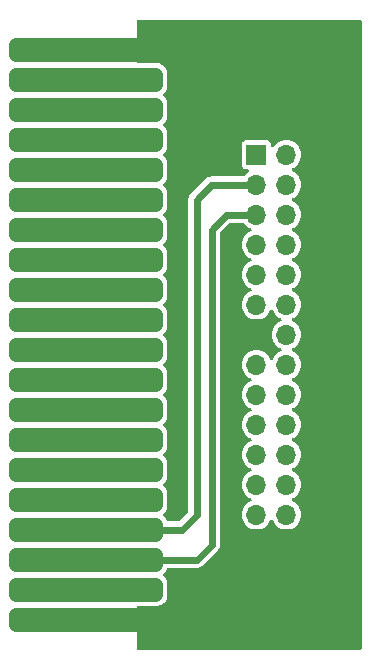
<source format=gbr>
%TF.GenerationSoftware,KiCad,Pcbnew,7.0.11+dfsg-1build4*%
%TF.CreationDate,2024-08-08T20:50:29+02:00*%
%TF.ProjectId,BC01,42433031-2e6b-4696-9361-645f70636258,rev?*%
%TF.SameCoordinates,Original*%
%TF.FileFunction,Copper,L1,Top*%
%TF.FilePolarity,Positive*%
%FSLAX46Y46*%
G04 Gerber Fmt 4.6, Leading zero omitted, Abs format (unit mm)*
G04 Created by KiCad (PCBNEW 7.0.11+dfsg-1build4) date 2024-08-08 20:50:29*
%MOMM*%
%LPD*%
G01*
G04 APERTURE LIST*
G04 Aperture macros list*
%AMRoundRect*
0 Rectangle with rounded corners*
0 $1 Rounding radius*
0 $2 $3 $4 $5 $6 $7 $8 $9 X,Y pos of 4 corners*
0 Add a 4 corners polygon primitive as box body*
4,1,4,$2,$3,$4,$5,$6,$7,$8,$9,$2,$3,0*
0 Add four circle primitives for the rounded corners*
1,1,$1+$1,$2,$3*
1,1,$1+$1,$4,$5*
1,1,$1+$1,$6,$7*
1,1,$1+$1,$8,$9*
0 Add four rect primitives between the rounded corners*
20,1,$1+$1,$2,$3,$4,$5,0*
20,1,$1+$1,$4,$5,$6,$7,0*
20,1,$1+$1,$6,$7,$8,$9,0*
20,1,$1+$1,$8,$9,$2,$3,0*%
G04 Aperture macros list end*
%TA.AperFunction,SMDPad,CuDef*%
%ADD10RoundRect,0.500000X-6.000000X-0.500000X6.000000X-0.500000X6.000000X0.500000X-6.000000X0.500000X0*%
%TD*%
%TA.AperFunction,ComponentPad*%
%ADD11R,1.700000X1.700000*%
%TD*%
%TA.AperFunction,ComponentPad*%
%ADD12O,1.700000X1.700000*%
%TD*%
%TA.AperFunction,ViaPad*%
%ADD13C,0.600000*%
%TD*%
%TA.AperFunction,Conductor*%
%ADD14C,0.600000*%
%TD*%
G04 APERTURE END LIST*
D10*
%TO.P,J1,39,Pin_39*%
%TO.N,GND*%
X127772900Y-113030000D03*
%TO.P,J1,37,Pin_37*%
%TO.N,unconnected-(J1-Pin_37-Pad37)*%
X127772900Y-110490000D03*
%TO.P,J1,35,Pin_35*%
%TO.N,TxD*%
X127772900Y-107950000D03*
%TO.P,J1,33,Pin_33*%
%TO.N,RxD*%
X127772900Y-105410000D03*
%TO.P,J1,31,Pin_31*%
%TO.N,unconnected-(J1-Pin_31-Pad31)*%
X127772900Y-102870000D03*
%TO.P,J1,29,Pin_29*%
%TO.N,unconnected-(J1-Pin_29-Pad29)*%
X127772900Y-100330000D03*
%TO.P,J1,27,Pin_27*%
%TO.N,unconnected-(J1-Pin_27-Pad27)*%
X127772900Y-97790000D03*
%TO.P,J1,25,Pin_25*%
%TO.N,unconnected-(J1-Pin_25-Pad25)*%
X127772900Y-95250000D03*
%TO.P,J1,23,Pin_23*%
%TO.N,unconnected-(J1-Pin_23-Pad23)*%
X127772900Y-92710000D03*
%TO.P,J1,21,Pin_21*%
%TO.N,unconnected-(J1-Pin_21-Pad21)*%
X127772900Y-90170000D03*
%TO.P,J1,19,Pin_19*%
%TO.N,unconnected-(J1-Pin_19-Pad19)*%
X127772900Y-87630000D03*
%TO.P,J1,17,Pin_17*%
%TO.N,unconnected-(J1-Pin_17-Pad17)*%
X127772900Y-85090000D03*
%TO.P,J1,15,Pin_15*%
%TO.N,unconnected-(J1-Pin_15-Pad15)*%
X127772900Y-82550000D03*
%TO.P,J1,13,Pin_13*%
%TO.N,unconnected-(J1-Pin_13-Pad13)*%
X127772900Y-80010000D03*
%TO.P,J1,11,Pin_11*%
%TO.N,unconnected-(J1-Pin_11-Pad11)*%
X127772900Y-77470000D03*
%TO.P,J1,9,Pin_9*%
%TO.N,unconnected-(J1-Pin_9-Pad9)*%
X127772900Y-74930000D03*
%TO.P,J1,7,Pin_7*%
%TO.N,unconnected-(J1-Pin_7-Pad7)*%
X127772900Y-72390000D03*
%TO.P,J1,5,Pin_5*%
%TO.N,unconnected-(J1-Pin_5-Pad5)*%
X127772900Y-69850000D03*
%TO.P,J1,3,Pin_3*%
%TO.N,unconnected-(J1-Pin_3-Pad3)*%
X127772900Y-67310000D03*
%TO.P,J1,1,Pin_1*%
%TO.N,GND*%
X127772900Y-64770000D03*
%TD*%
D11*
%TO.P,J2,1,Pin_1*%
%TO.N,unconnected-(J2-Pin_1-Pad1)*%
X142235000Y-73675000D03*
D12*
%TO.P,J2,2,Pin_2*%
%TO.N,unconnected-(J2-Pin_2-Pad2)*%
X144775000Y-73675000D03*
%TO.P,J2,3,Pin_3*%
%TO.N,RxD*%
X142235000Y-76215000D03*
%TO.P,J2,4,Pin_4*%
%TO.N,unconnected-(J2-Pin_4-Pad4)*%
X144775000Y-76215000D03*
%TO.P,J2,5,Pin_5*%
%TO.N,TxD*%
X142235000Y-78755000D03*
%TO.P,J2,6,Pin_6*%
%TO.N,unconnected-(J2-Pin_6-Pad6)*%
X144775000Y-78755000D03*
%TO.P,J2,7,Pin_7*%
%TO.N,unconnected-(J2-Pin_7-Pad7)*%
X142235000Y-81295000D03*
%TO.P,J2,8,Pin_8*%
%TO.N,unconnected-(J2-Pin_8-Pad8)*%
X144775000Y-81295000D03*
%TO.P,J2,9,Pin_9*%
%TO.N,unconnected-(J2-Pin_9-Pad9)*%
X142235000Y-83835000D03*
%TO.P,J2,10,Pin_10*%
%TO.N,unconnected-(J2-Pin_10-Pad10)*%
X144775000Y-83835000D03*
%TO.P,J2,11,Pin_11*%
%TO.N,unconnected-(J2-Pin_11-Pad11)*%
X142235000Y-86375000D03*
%TO.P,J2,12,Pin_12*%
%TO.N,unconnected-(J2-Pin_12-Pad12)*%
X144775000Y-86375000D03*
%TO.P,J2,13,Pin_13*%
%TO.N,GND*%
X142235000Y-88915000D03*
%TO.P,J2,14,Pin_14*%
%TO.N,unconnected-(J2-Pin_14-Pad14)*%
X144775000Y-88915000D03*
%TO.P,J2,15,Pin_15*%
%TO.N,unconnected-(J2-Pin_15-Pad15)*%
X142235000Y-91455000D03*
%TO.P,J2,16,Pin_16*%
%TO.N,unconnected-(J2-Pin_16-Pad16)*%
X144775000Y-91455000D03*
%TO.P,J2,17,Pin_17*%
%TO.N,unconnected-(J2-Pin_17-Pad17)*%
X142235000Y-93995000D03*
%TO.P,J2,18,Pin_18*%
%TO.N,unconnected-(J2-Pin_18-Pad18)*%
X144775000Y-93995000D03*
%TO.P,J2,19,Pin_19*%
%TO.N,unconnected-(J2-Pin_19-Pad19)*%
X142235000Y-96535000D03*
%TO.P,J2,20,Pin_20*%
%TO.N,unconnected-(J2-Pin_20-Pad20)*%
X144775000Y-96535000D03*
%TO.P,J2,21,Pin_21*%
%TO.N,unconnected-(J2-Pin_21-Pad21)*%
X142235000Y-99075000D03*
%TO.P,J2,22,Pin_22*%
%TO.N,unconnected-(J2-Pin_22-Pad22)*%
X144775000Y-99075000D03*
%TO.P,J2,23,Pin_23*%
%TO.N,unconnected-(J2-Pin_23-Pad23)*%
X142235000Y-101615000D03*
%TO.P,J2,24,Pin_24*%
%TO.N,unconnected-(J2-Pin_24-Pad24)*%
X144775000Y-101615000D03*
%TO.P,J2,25,Pin_25*%
%TO.N,unconnected-(J2-Pin_25-Pad25)*%
X142235000Y-104155000D03*
%TO.P,J2,26,Pin_26*%
%TO.N,unconnected-(J2-Pin_26-Pad26)*%
X144775000Y-104155000D03*
%TD*%
D13*
%TO.N,GND*%
X135890000Y-97790000D03*
X150495000Y-76200000D03*
X150495000Y-101600000D03*
X150495000Y-88900000D03*
X150495000Y-114935000D03*
X142240000Y-114935000D03*
X133350000Y-114935000D03*
X142240000Y-62865000D03*
X150495000Y-62865000D03*
X132715000Y-62865000D03*
%TD*%
D14*
%TO.N,TxD*%
X127772900Y-107950000D02*
X137160000Y-107950000D01*
X137160000Y-107950000D02*
X138430000Y-106680000D01*
%TO.N,RxD*%
X127772900Y-105410000D02*
X135890000Y-105410000D01*
X135890000Y-105410000D02*
X137160000Y-104140000D01*
%TO.N,TxD*%
X138430000Y-80010000D02*
X138430000Y-106680000D01*
X142235000Y-78755000D02*
X139685000Y-78755000D01*
X139685000Y-78755000D02*
X138430000Y-80010000D01*
%TO.N,RxD*%
X142235000Y-76215000D02*
X138415000Y-76215000D01*
X138415000Y-76215000D02*
X137160000Y-77470000D01*
X137160000Y-77470000D02*
X137160000Y-104140000D01*
%TD*%
%TA.AperFunction,Conductor*%
%TO.N,GND*%
G36*
X151073039Y-62249685D02*
G01*
X151118794Y-62302489D01*
X151130000Y-62354000D01*
X151130000Y-115446000D01*
X151110315Y-115513039D01*
X151057511Y-115558794D01*
X151006000Y-115570000D01*
X132204000Y-115570000D01*
X132136961Y-115550315D01*
X132091206Y-115497511D01*
X132080000Y-115446000D01*
X132080000Y-112014499D01*
X132099685Y-111947460D01*
X132152489Y-111901705D01*
X132203999Y-111890499D01*
X133835920Y-111890499D01*
X133914545Y-111884312D01*
X134097388Y-111835320D01*
X134225908Y-111769835D01*
X134266046Y-111749385D01*
X134266047Y-111749383D01*
X134266049Y-111749383D01*
X134413157Y-111630257D01*
X134532283Y-111483149D01*
X134618220Y-111314488D01*
X134667212Y-111131645D01*
X134673400Y-111053021D01*
X134673399Y-109926980D01*
X134667212Y-109848355D01*
X134618220Y-109665512D01*
X134574838Y-109580371D01*
X134532285Y-109496853D01*
X134499454Y-109456311D01*
X134413157Y-109349743D01*
X134371937Y-109316364D01*
X134332228Y-109258879D01*
X134329900Y-109189048D01*
X134365695Y-109129044D01*
X134371925Y-109123645D01*
X134413157Y-109090257D01*
X134532283Y-108943149D01*
X134618220Y-108774488D01*
X134626816Y-108742405D01*
X134663181Y-108682746D01*
X134726028Y-108652217D01*
X134746591Y-108650500D01*
X137135079Y-108650500D01*
X137142566Y-108650725D01*
X137202606Y-108654358D01*
X137261782Y-108643513D01*
X137269185Y-108642387D01*
X137272921Y-108641933D01*
X137328872Y-108635140D01*
X137338335Y-108631550D01*
X137359961Y-108625522D01*
X137360893Y-108625351D01*
X137369932Y-108623695D01*
X137424808Y-108598996D01*
X137431678Y-108596150D01*
X137487930Y-108574818D01*
X137496266Y-108569062D01*
X137515821Y-108558034D01*
X137525057Y-108553878D01*
X137572413Y-108516775D01*
X137578404Y-108512366D01*
X137627929Y-108478183D01*
X137667822Y-108433151D01*
X137672924Y-108427731D01*
X138907731Y-107192924D01*
X138913151Y-107187822D01*
X138958183Y-107147929D01*
X138992366Y-107098404D01*
X138996775Y-107092413D01*
X139033878Y-107045057D01*
X139038037Y-107035815D01*
X139049062Y-107016268D01*
X139054818Y-107007930D01*
X139076146Y-106951688D01*
X139079002Y-106944791D01*
X139103694Y-106889932D01*
X139105520Y-106879965D01*
X139111548Y-106858340D01*
X139115140Y-106848872D01*
X139122389Y-106789169D01*
X139123516Y-106781762D01*
X139124505Y-106776366D01*
X139134357Y-106722606D01*
X139130726Y-106662577D01*
X139130500Y-106655090D01*
X139130500Y-80351519D01*
X139150185Y-80284480D01*
X139166819Y-80263838D01*
X139938838Y-79491819D01*
X140000161Y-79458334D01*
X140026519Y-79455500D01*
X141134366Y-79455500D01*
X141201405Y-79475185D01*
X141235941Y-79508377D01*
X141259533Y-79542071D01*
X141273402Y-79561877D01*
X141428123Y-79716598D01*
X141607360Y-79842101D01*
X141607361Y-79842102D01*
X141758583Y-79912618D01*
X141811022Y-79958790D01*
X141830174Y-80025984D01*
X141809958Y-80092865D01*
X141758583Y-80137382D01*
X141607361Y-80207898D01*
X141607357Y-80207900D01*
X141428121Y-80333402D01*
X141273402Y-80488121D01*
X141147900Y-80667357D01*
X141147898Y-80667361D01*
X141055426Y-80865668D01*
X141055422Y-80865677D01*
X140998793Y-81077020D01*
X140998793Y-81077024D01*
X140979723Y-81294997D01*
X140979723Y-81295002D01*
X140998793Y-81512975D01*
X140998793Y-81512979D01*
X141055422Y-81724322D01*
X141055424Y-81724326D01*
X141055425Y-81724330D01*
X141077382Y-81771416D01*
X141147897Y-81922638D01*
X141147898Y-81922639D01*
X141273402Y-82101877D01*
X141428123Y-82256598D01*
X141607360Y-82382101D01*
X141607361Y-82382102D01*
X141758583Y-82452618D01*
X141811022Y-82498790D01*
X141830174Y-82565984D01*
X141809958Y-82632865D01*
X141758583Y-82677382D01*
X141607361Y-82747898D01*
X141607357Y-82747900D01*
X141428121Y-82873402D01*
X141273402Y-83028121D01*
X141147900Y-83207357D01*
X141147898Y-83207361D01*
X141055426Y-83405668D01*
X141055422Y-83405677D01*
X140998793Y-83617020D01*
X140998793Y-83617024D01*
X140979723Y-83834997D01*
X140979723Y-83835002D01*
X140998793Y-84052975D01*
X140998793Y-84052979D01*
X141055422Y-84264322D01*
X141055424Y-84264326D01*
X141055425Y-84264330D01*
X141077382Y-84311416D01*
X141147897Y-84462638D01*
X141147898Y-84462639D01*
X141273402Y-84641877D01*
X141428123Y-84796598D01*
X141607360Y-84922101D01*
X141607361Y-84922102D01*
X141758583Y-84992618D01*
X141811022Y-85038790D01*
X141830174Y-85105984D01*
X141809958Y-85172865D01*
X141758583Y-85217382D01*
X141607361Y-85287898D01*
X141607357Y-85287900D01*
X141428121Y-85413402D01*
X141273402Y-85568121D01*
X141147900Y-85747357D01*
X141147898Y-85747361D01*
X141055426Y-85945668D01*
X141055422Y-85945677D01*
X140998793Y-86157020D01*
X140998793Y-86157024D01*
X140979723Y-86374997D01*
X140979723Y-86375002D01*
X140998793Y-86592975D01*
X140998793Y-86592979D01*
X141055422Y-86804322D01*
X141055424Y-86804326D01*
X141055425Y-86804330D01*
X141077382Y-86851416D01*
X141147897Y-87002638D01*
X141147898Y-87002639D01*
X141273402Y-87181877D01*
X141428123Y-87336598D01*
X141607361Y-87462102D01*
X141805670Y-87554575D01*
X142017023Y-87611207D01*
X142199926Y-87627208D01*
X142234998Y-87630277D01*
X142235000Y-87630277D01*
X142235002Y-87630277D01*
X142263254Y-87627805D01*
X142452977Y-87611207D01*
X142664330Y-87554575D01*
X142862639Y-87462102D01*
X143041877Y-87336598D01*
X143196598Y-87181877D01*
X143322102Y-87002639D01*
X143392618Y-86851414D01*
X143438790Y-86798977D01*
X143505984Y-86779825D01*
X143572865Y-86800041D01*
X143617381Y-86851414D01*
X143687898Y-87002639D01*
X143813402Y-87181877D01*
X143968123Y-87336598D01*
X144147360Y-87462101D01*
X144147361Y-87462102D01*
X144298583Y-87532618D01*
X144351022Y-87578790D01*
X144370174Y-87645984D01*
X144349958Y-87712865D01*
X144298583Y-87757382D01*
X144147361Y-87827898D01*
X144147357Y-87827900D01*
X143968121Y-87953402D01*
X143813402Y-88108121D01*
X143687900Y-88287357D01*
X143687898Y-88287361D01*
X143595426Y-88485668D01*
X143595422Y-88485677D01*
X143538793Y-88697020D01*
X143538793Y-88697024D01*
X143519723Y-88914997D01*
X143519723Y-88915002D01*
X143538793Y-89132975D01*
X143538793Y-89132979D01*
X143595422Y-89344322D01*
X143595424Y-89344326D01*
X143595425Y-89344330D01*
X143641661Y-89443484D01*
X143687897Y-89542638D01*
X143687898Y-89542639D01*
X143813402Y-89721877D01*
X143968123Y-89876598D01*
X144147360Y-90002101D01*
X144147361Y-90002102D01*
X144298583Y-90072618D01*
X144351022Y-90118790D01*
X144370174Y-90185984D01*
X144349958Y-90252865D01*
X144298583Y-90297382D01*
X144147361Y-90367898D01*
X144147357Y-90367900D01*
X143968121Y-90493402D01*
X143813402Y-90648121D01*
X143687900Y-90827357D01*
X143687898Y-90827361D01*
X143617382Y-90978583D01*
X143571209Y-91031022D01*
X143504016Y-91050174D01*
X143437135Y-91029958D01*
X143392618Y-90978583D01*
X143378118Y-90947488D01*
X143322102Y-90827362D01*
X143322100Y-90827359D01*
X143322099Y-90827357D01*
X143196599Y-90648124D01*
X143196596Y-90648121D01*
X143041877Y-90493402D01*
X142862639Y-90367898D01*
X142862640Y-90367898D01*
X142862638Y-90367897D01*
X142763484Y-90321661D01*
X142664330Y-90275425D01*
X142664326Y-90275424D01*
X142664322Y-90275422D01*
X142452977Y-90218793D01*
X142235002Y-90199723D01*
X142234998Y-90199723D01*
X142089682Y-90212436D01*
X142017023Y-90218793D01*
X142017020Y-90218793D01*
X141805677Y-90275422D01*
X141805668Y-90275426D01*
X141607361Y-90367898D01*
X141607357Y-90367900D01*
X141428121Y-90493402D01*
X141273402Y-90648121D01*
X141147900Y-90827357D01*
X141147898Y-90827361D01*
X141055426Y-91025668D01*
X141055422Y-91025677D01*
X140998793Y-91237020D01*
X140998793Y-91237024D01*
X140979723Y-91454997D01*
X140979723Y-91455002D01*
X140998793Y-91672975D01*
X140998793Y-91672979D01*
X141055422Y-91884322D01*
X141055424Y-91884326D01*
X141055425Y-91884330D01*
X141077382Y-91931416D01*
X141147897Y-92082638D01*
X141147898Y-92082639D01*
X141273402Y-92261877D01*
X141428123Y-92416598D01*
X141607360Y-92542101D01*
X141607361Y-92542102D01*
X141758583Y-92612618D01*
X141811022Y-92658790D01*
X141830174Y-92725984D01*
X141809958Y-92792865D01*
X141758583Y-92837382D01*
X141607361Y-92907898D01*
X141607357Y-92907900D01*
X141428121Y-93033402D01*
X141273402Y-93188121D01*
X141147900Y-93367357D01*
X141147898Y-93367361D01*
X141055426Y-93565668D01*
X141055422Y-93565677D01*
X140998793Y-93777020D01*
X140998793Y-93777024D01*
X140979723Y-93994997D01*
X140979723Y-93995002D01*
X140998793Y-94212975D01*
X140998793Y-94212979D01*
X141055422Y-94424322D01*
X141055424Y-94424326D01*
X141055425Y-94424330D01*
X141077382Y-94471416D01*
X141147897Y-94622638D01*
X141147898Y-94622639D01*
X141273402Y-94801877D01*
X141428123Y-94956598D01*
X141607360Y-95082101D01*
X141607361Y-95082102D01*
X141758583Y-95152618D01*
X141811022Y-95198790D01*
X141830174Y-95265984D01*
X141809958Y-95332865D01*
X141758583Y-95377382D01*
X141607361Y-95447898D01*
X141607357Y-95447900D01*
X141428121Y-95573402D01*
X141273402Y-95728121D01*
X141147900Y-95907357D01*
X141147898Y-95907361D01*
X141055426Y-96105668D01*
X141055422Y-96105677D01*
X140998793Y-96317020D01*
X140998793Y-96317024D01*
X140979723Y-96534997D01*
X140979723Y-96535002D01*
X140998793Y-96752975D01*
X140998793Y-96752979D01*
X141055422Y-96964322D01*
X141055424Y-96964326D01*
X141055425Y-96964330D01*
X141077382Y-97011416D01*
X141147897Y-97162638D01*
X141147898Y-97162639D01*
X141273402Y-97341877D01*
X141428123Y-97496598D01*
X141607360Y-97622101D01*
X141607361Y-97622102D01*
X141758583Y-97692618D01*
X141811022Y-97738790D01*
X141830174Y-97805984D01*
X141809958Y-97872865D01*
X141758583Y-97917382D01*
X141607361Y-97987898D01*
X141607357Y-97987900D01*
X141428121Y-98113402D01*
X141273402Y-98268121D01*
X141147900Y-98447357D01*
X141147898Y-98447361D01*
X141055426Y-98645668D01*
X141055422Y-98645677D01*
X140998793Y-98857020D01*
X140998793Y-98857024D01*
X140979723Y-99074997D01*
X140979723Y-99075002D01*
X140998793Y-99292975D01*
X140998793Y-99292979D01*
X141055422Y-99504322D01*
X141055424Y-99504326D01*
X141055425Y-99504330D01*
X141077382Y-99551416D01*
X141147897Y-99702638D01*
X141147898Y-99702639D01*
X141273402Y-99881877D01*
X141428123Y-100036598D01*
X141607360Y-100162101D01*
X141607361Y-100162102D01*
X141758583Y-100232618D01*
X141811022Y-100278790D01*
X141830174Y-100345984D01*
X141809958Y-100412865D01*
X141758583Y-100457382D01*
X141607361Y-100527898D01*
X141607357Y-100527900D01*
X141428121Y-100653402D01*
X141273402Y-100808121D01*
X141147900Y-100987357D01*
X141147898Y-100987361D01*
X141055426Y-101185668D01*
X141055422Y-101185677D01*
X140998793Y-101397020D01*
X140998793Y-101397024D01*
X140979723Y-101614997D01*
X140979723Y-101615002D01*
X140998793Y-101832975D01*
X140998793Y-101832979D01*
X141055422Y-102044322D01*
X141055424Y-102044326D01*
X141055425Y-102044330D01*
X141077382Y-102091416D01*
X141147897Y-102242638D01*
X141147898Y-102242639D01*
X141273402Y-102421877D01*
X141428123Y-102576598D01*
X141607360Y-102702101D01*
X141607361Y-102702102D01*
X141758583Y-102772618D01*
X141811022Y-102818790D01*
X141830174Y-102885984D01*
X141809958Y-102952865D01*
X141758583Y-102997382D01*
X141607361Y-103067898D01*
X141607357Y-103067900D01*
X141428121Y-103193402D01*
X141273402Y-103348121D01*
X141147900Y-103527357D01*
X141147898Y-103527361D01*
X141055426Y-103725668D01*
X141055422Y-103725677D01*
X140998793Y-103937020D01*
X140998793Y-103937024D01*
X140979723Y-104154997D01*
X140979723Y-104155002D01*
X140998793Y-104372975D01*
X140998793Y-104372979D01*
X141055422Y-104584322D01*
X141055424Y-104584326D01*
X141055425Y-104584330D01*
X141077382Y-104631416D01*
X141147897Y-104782638D01*
X141147898Y-104782639D01*
X141273402Y-104961877D01*
X141428123Y-105116598D01*
X141607361Y-105242102D01*
X141805670Y-105334575D01*
X142017023Y-105391207D01*
X142199926Y-105407208D01*
X142234998Y-105410277D01*
X142235000Y-105410277D01*
X142235002Y-105410277D01*
X142263254Y-105407805D01*
X142452977Y-105391207D01*
X142664330Y-105334575D01*
X142862639Y-105242102D01*
X143041877Y-105116598D01*
X143196598Y-104961877D01*
X143322102Y-104782639D01*
X143392618Y-104631414D01*
X143438790Y-104578977D01*
X143505984Y-104559825D01*
X143572865Y-104580041D01*
X143617381Y-104631414D01*
X143687898Y-104782639D01*
X143813402Y-104961877D01*
X143968123Y-105116598D01*
X144147361Y-105242102D01*
X144345670Y-105334575D01*
X144557023Y-105391207D01*
X144739926Y-105407208D01*
X144774998Y-105410277D01*
X144775000Y-105410277D01*
X144775002Y-105410277D01*
X144803254Y-105407805D01*
X144992977Y-105391207D01*
X145204330Y-105334575D01*
X145402639Y-105242102D01*
X145581877Y-105116598D01*
X145736598Y-104961877D01*
X145862102Y-104782639D01*
X145954575Y-104584330D01*
X146011207Y-104372977D01*
X146030277Y-104155000D01*
X146011207Y-103937023D01*
X145954575Y-103725670D01*
X145862102Y-103527362D01*
X145862100Y-103527359D01*
X145862099Y-103527357D01*
X145736599Y-103348124D01*
X145736596Y-103348121D01*
X145581877Y-103193402D01*
X145402639Y-103067898D01*
X145251414Y-102997381D01*
X145198977Y-102951210D01*
X145179825Y-102884016D01*
X145200041Y-102817135D01*
X145251414Y-102772618D01*
X145402639Y-102702102D01*
X145581877Y-102576598D01*
X145736598Y-102421877D01*
X145862102Y-102242639D01*
X145954575Y-102044330D01*
X146011207Y-101832977D01*
X146030277Y-101615000D01*
X146011207Y-101397023D01*
X145954575Y-101185670D01*
X145862102Y-100987362D01*
X145862100Y-100987359D01*
X145862099Y-100987357D01*
X145736599Y-100808124D01*
X145736596Y-100808121D01*
X145581877Y-100653402D01*
X145402639Y-100527898D01*
X145251414Y-100457381D01*
X145198977Y-100411210D01*
X145179825Y-100344016D01*
X145200041Y-100277135D01*
X145251414Y-100232618D01*
X145402639Y-100162102D01*
X145581877Y-100036598D01*
X145736598Y-99881877D01*
X145862102Y-99702639D01*
X145954575Y-99504330D01*
X146011207Y-99292977D01*
X146030277Y-99075000D01*
X146011207Y-98857023D01*
X145954575Y-98645670D01*
X145862102Y-98447362D01*
X145862100Y-98447359D01*
X145862099Y-98447357D01*
X145736599Y-98268124D01*
X145736596Y-98268121D01*
X145581877Y-98113402D01*
X145402639Y-97987898D01*
X145251414Y-97917381D01*
X145198977Y-97871210D01*
X145179825Y-97804016D01*
X145200041Y-97737135D01*
X145251414Y-97692618D01*
X145402639Y-97622102D01*
X145581877Y-97496598D01*
X145736598Y-97341877D01*
X145862102Y-97162639D01*
X145954575Y-96964330D01*
X146011207Y-96752977D01*
X146030277Y-96535000D01*
X146011207Y-96317023D01*
X145954575Y-96105670D01*
X145862102Y-95907362D01*
X145862100Y-95907359D01*
X145862099Y-95907357D01*
X145736599Y-95728124D01*
X145736596Y-95728121D01*
X145581877Y-95573402D01*
X145402639Y-95447898D01*
X145251414Y-95377381D01*
X145198977Y-95331210D01*
X145179825Y-95264016D01*
X145200041Y-95197135D01*
X145251414Y-95152618D01*
X145402639Y-95082102D01*
X145581877Y-94956598D01*
X145736598Y-94801877D01*
X145862102Y-94622639D01*
X145954575Y-94424330D01*
X146011207Y-94212977D01*
X146030277Y-93995000D01*
X146011207Y-93777023D01*
X145954575Y-93565670D01*
X145862102Y-93367362D01*
X145862100Y-93367359D01*
X145862099Y-93367357D01*
X145736599Y-93188124D01*
X145736596Y-93188121D01*
X145581877Y-93033402D01*
X145402639Y-92907898D01*
X145251414Y-92837381D01*
X145198977Y-92791210D01*
X145179825Y-92724016D01*
X145200041Y-92657135D01*
X145251414Y-92612618D01*
X145402639Y-92542102D01*
X145581877Y-92416598D01*
X145736598Y-92261877D01*
X145862102Y-92082639D01*
X145954575Y-91884330D01*
X146011207Y-91672977D01*
X146030277Y-91455000D01*
X146011207Y-91237023D01*
X145954575Y-91025670D01*
X145862102Y-90827362D01*
X145862100Y-90827359D01*
X145862099Y-90827357D01*
X145736599Y-90648124D01*
X145736596Y-90648121D01*
X145581877Y-90493402D01*
X145402639Y-90367898D01*
X145251414Y-90297381D01*
X145198977Y-90251210D01*
X145179825Y-90184016D01*
X145200041Y-90117135D01*
X145251414Y-90072618D01*
X145402639Y-90002102D01*
X145581877Y-89876598D01*
X145736598Y-89721877D01*
X145862102Y-89542639D01*
X145954575Y-89344330D01*
X146011207Y-89132977D01*
X146030277Y-88915000D01*
X146011207Y-88697023D01*
X145954575Y-88485670D01*
X145862102Y-88287362D01*
X145862100Y-88287359D01*
X145862099Y-88287357D01*
X145736599Y-88108124D01*
X145736596Y-88108121D01*
X145581877Y-87953402D01*
X145402639Y-87827898D01*
X145251414Y-87757381D01*
X145198977Y-87711210D01*
X145179825Y-87644016D01*
X145200041Y-87577135D01*
X145251414Y-87532618D01*
X145402639Y-87462102D01*
X145581877Y-87336598D01*
X145736598Y-87181877D01*
X145862102Y-87002639D01*
X145954575Y-86804330D01*
X146011207Y-86592977D01*
X146030277Y-86375000D01*
X146011207Y-86157023D01*
X145954575Y-85945670D01*
X145862102Y-85747362D01*
X145862100Y-85747359D01*
X145862099Y-85747357D01*
X145736599Y-85568124D01*
X145736596Y-85568121D01*
X145581877Y-85413402D01*
X145402639Y-85287898D01*
X145251414Y-85217381D01*
X145198977Y-85171210D01*
X145179825Y-85104016D01*
X145200041Y-85037135D01*
X145251414Y-84992618D01*
X145402639Y-84922102D01*
X145581877Y-84796598D01*
X145736598Y-84641877D01*
X145862102Y-84462639D01*
X145954575Y-84264330D01*
X146011207Y-84052977D01*
X146030277Y-83835000D01*
X146011207Y-83617023D01*
X145954575Y-83405670D01*
X145862102Y-83207362D01*
X145862100Y-83207359D01*
X145862099Y-83207357D01*
X145736599Y-83028124D01*
X145736596Y-83028121D01*
X145581877Y-82873402D01*
X145402639Y-82747898D01*
X145251414Y-82677381D01*
X145198977Y-82631210D01*
X145179825Y-82564016D01*
X145200041Y-82497135D01*
X145251414Y-82452618D01*
X145402639Y-82382102D01*
X145581877Y-82256598D01*
X145736598Y-82101877D01*
X145862102Y-81922639D01*
X145954575Y-81724330D01*
X146011207Y-81512977D01*
X146030277Y-81295000D01*
X146011207Y-81077023D01*
X145954575Y-80865670D01*
X145862102Y-80667362D01*
X145862100Y-80667359D01*
X145862099Y-80667357D01*
X145736599Y-80488124D01*
X145736596Y-80488121D01*
X145581877Y-80333402D01*
X145402639Y-80207898D01*
X145251414Y-80137381D01*
X145198977Y-80091210D01*
X145179825Y-80024016D01*
X145200041Y-79957135D01*
X145251414Y-79912618D01*
X145402639Y-79842102D01*
X145581877Y-79716598D01*
X145736598Y-79561877D01*
X145862102Y-79382639D01*
X145954575Y-79184330D01*
X146011207Y-78972977D01*
X146030277Y-78755000D01*
X146011207Y-78537023D01*
X145954575Y-78325670D01*
X145862102Y-78127362D01*
X145862100Y-78127359D01*
X145862099Y-78127357D01*
X145736599Y-77948124D01*
X145736596Y-77948121D01*
X145581877Y-77793402D01*
X145402639Y-77667898D01*
X145251414Y-77597381D01*
X145198977Y-77551210D01*
X145179825Y-77484016D01*
X145200041Y-77417135D01*
X145251414Y-77372618D01*
X145402639Y-77302102D01*
X145581877Y-77176598D01*
X145736598Y-77021877D01*
X145862102Y-76842639D01*
X145954575Y-76644330D01*
X146011207Y-76432977D01*
X146030277Y-76215000D01*
X146011207Y-75997023D01*
X145954575Y-75785670D01*
X145862102Y-75587362D01*
X145862100Y-75587359D01*
X145862099Y-75587357D01*
X145736599Y-75408124D01*
X145736596Y-75408121D01*
X145581877Y-75253402D01*
X145402639Y-75127898D01*
X145251414Y-75057381D01*
X145198977Y-75011210D01*
X145179825Y-74944016D01*
X145200041Y-74877135D01*
X145251414Y-74832618D01*
X145402639Y-74762102D01*
X145581877Y-74636598D01*
X145736598Y-74481877D01*
X145862102Y-74302639D01*
X145954575Y-74104330D01*
X146011207Y-73892977D01*
X146030277Y-73675000D01*
X146011207Y-73457023D01*
X145954575Y-73245670D01*
X145862102Y-73047362D01*
X145862100Y-73047359D01*
X145862099Y-73047357D01*
X145736599Y-72868124D01*
X145661950Y-72793475D01*
X145581877Y-72713402D01*
X145402639Y-72587898D01*
X145402640Y-72587898D01*
X145402638Y-72587897D01*
X145303484Y-72541661D01*
X145204330Y-72495425D01*
X145204326Y-72495424D01*
X145204322Y-72495422D01*
X144992977Y-72438793D01*
X144775002Y-72419723D01*
X144774998Y-72419723D01*
X144629682Y-72432436D01*
X144557023Y-72438793D01*
X144557020Y-72438793D01*
X144345677Y-72495422D01*
X144345670Y-72495424D01*
X144345670Y-72495425D01*
X144342391Y-72496954D01*
X144147361Y-72587898D01*
X144147357Y-72587900D01*
X143968121Y-72713402D01*
X143813402Y-72868121D01*
X143711074Y-73014262D01*
X143656497Y-73057887D01*
X143586999Y-73065081D01*
X143524644Y-73033558D01*
X143489230Y-72973328D01*
X143485499Y-72943139D01*
X143485499Y-72793482D01*
X143485498Y-72793475D01*
X143470646Y-72699696D01*
X143413050Y-72586658D01*
X143413046Y-72586654D01*
X143413045Y-72586652D01*
X143323347Y-72496954D01*
X143323344Y-72496952D01*
X143323342Y-72496950D01*
X143246517Y-72457805D01*
X143210301Y-72439352D01*
X143116524Y-72424500D01*
X141353482Y-72424500D01*
X141272519Y-72437323D01*
X141259696Y-72439354D01*
X141146658Y-72496950D01*
X141146657Y-72496951D01*
X141146652Y-72496954D01*
X141056954Y-72586652D01*
X141056951Y-72586657D01*
X141056950Y-72586658D01*
X141037751Y-72624337D01*
X140999352Y-72699698D01*
X140984500Y-72793475D01*
X140984500Y-74556517D01*
X140995292Y-74624657D01*
X140999354Y-74650304D01*
X141056950Y-74763342D01*
X141056952Y-74763344D01*
X141056954Y-74763347D01*
X141146652Y-74853045D01*
X141146654Y-74853046D01*
X141146658Y-74853050D01*
X141259694Y-74910645D01*
X141259698Y-74910647D01*
X141353475Y-74925499D01*
X141353481Y-74925500D01*
X141503140Y-74925499D01*
X141570177Y-74945183D01*
X141615932Y-74997987D01*
X141625876Y-75067145D01*
X141596851Y-75130701D01*
X141574262Y-75151074D01*
X141428122Y-75253402D01*
X141273398Y-75408127D01*
X141235941Y-75461623D01*
X141181365Y-75505248D01*
X141134366Y-75514500D01*
X138439921Y-75514500D01*
X138432433Y-75514274D01*
X138372396Y-75510642D01*
X138372389Y-75510642D01*
X138313227Y-75521483D01*
X138305827Y-75522610D01*
X138246128Y-75529860D01*
X138246127Y-75529860D01*
X138236653Y-75533453D01*
X138215042Y-75539477D01*
X138205068Y-75541305D01*
X138150220Y-75565989D01*
X138143305Y-75568853D01*
X138087076Y-75590179D01*
X138087061Y-75590187D01*
X138078723Y-75595942D01*
X138059188Y-75606960D01*
X138049948Y-75611119D01*
X138049938Y-75611124D01*
X138002597Y-75648213D01*
X137996569Y-75652649D01*
X137947068Y-75686819D01*
X137907183Y-75731838D01*
X137902051Y-75737290D01*
X136682290Y-76957051D01*
X136676838Y-76962183D01*
X136631819Y-77002068D01*
X136597649Y-77051569D01*
X136593213Y-77057597D01*
X136556124Y-77104938D01*
X136556119Y-77104948D01*
X136551960Y-77114188D01*
X136540942Y-77133723D01*
X136535187Y-77142061D01*
X136535179Y-77142076D01*
X136513853Y-77198305D01*
X136510989Y-77205220D01*
X136486305Y-77260068D01*
X136484477Y-77270042D01*
X136478453Y-77291653D01*
X136474860Y-77301127D01*
X136474860Y-77301128D01*
X136467610Y-77360827D01*
X136466483Y-77368227D01*
X136455642Y-77427389D01*
X136455642Y-77427395D01*
X136459274Y-77487432D01*
X136459500Y-77494920D01*
X136459500Y-103798481D01*
X136439815Y-103865520D01*
X136423181Y-103886162D01*
X135636162Y-104673181D01*
X135574839Y-104706666D01*
X135548481Y-104709500D01*
X134746591Y-104709500D01*
X134679552Y-104689815D01*
X134633797Y-104637011D01*
X134626816Y-104617594D01*
X134618220Y-104585512D01*
X134589574Y-104529291D01*
X134532285Y-104416853D01*
X134496753Y-104372975D01*
X134413157Y-104269743D01*
X134371937Y-104236364D01*
X134332228Y-104178879D01*
X134329900Y-104109048D01*
X134365695Y-104049044D01*
X134371925Y-104043645D01*
X134413157Y-104010257D01*
X134532283Y-103863149D01*
X134618220Y-103694488D01*
X134667212Y-103511645D01*
X134673400Y-103433021D01*
X134673399Y-102306980D01*
X134667212Y-102228355D01*
X134618220Y-102045512D01*
X134574838Y-101960371D01*
X134532285Y-101876853D01*
X134496753Y-101832975D01*
X134413157Y-101729743D01*
X134371937Y-101696364D01*
X134332228Y-101638879D01*
X134329900Y-101569048D01*
X134365695Y-101509044D01*
X134371925Y-101503645D01*
X134413157Y-101470257D01*
X134532283Y-101323149D01*
X134618220Y-101154488D01*
X134667212Y-100971645D01*
X134673400Y-100893021D01*
X134673399Y-99766980D01*
X134667212Y-99688355D01*
X134618220Y-99505512D01*
X134574838Y-99420371D01*
X134532285Y-99336853D01*
X134496753Y-99292975D01*
X134413157Y-99189743D01*
X134371937Y-99156364D01*
X134332228Y-99098879D01*
X134329900Y-99029048D01*
X134365695Y-98969044D01*
X134371925Y-98963645D01*
X134413157Y-98930257D01*
X134532283Y-98783149D01*
X134618220Y-98614488D01*
X134667212Y-98431645D01*
X134673400Y-98353021D01*
X134673399Y-97226980D01*
X134667212Y-97148355D01*
X134618220Y-96965512D01*
X134574838Y-96880371D01*
X134532285Y-96796853D01*
X134496753Y-96752975D01*
X134413157Y-96649743D01*
X134371937Y-96616364D01*
X134332228Y-96558879D01*
X134329900Y-96489048D01*
X134365695Y-96429044D01*
X134371925Y-96423645D01*
X134413157Y-96390257D01*
X134532283Y-96243149D01*
X134618220Y-96074488D01*
X134667212Y-95891645D01*
X134673400Y-95813021D01*
X134673399Y-94686980D01*
X134667212Y-94608355D01*
X134618220Y-94425512D01*
X134574838Y-94340371D01*
X134532285Y-94256853D01*
X134496753Y-94212975D01*
X134413157Y-94109743D01*
X134371937Y-94076364D01*
X134332228Y-94018879D01*
X134329900Y-93949048D01*
X134365695Y-93889044D01*
X134371925Y-93883645D01*
X134413157Y-93850257D01*
X134532283Y-93703149D01*
X134618220Y-93534488D01*
X134667212Y-93351645D01*
X134673400Y-93273021D01*
X134673399Y-92146980D01*
X134667212Y-92068355D01*
X134618220Y-91885512D01*
X134574838Y-91800371D01*
X134532285Y-91716853D01*
X134496753Y-91672975D01*
X134413157Y-91569743D01*
X134371937Y-91536364D01*
X134332228Y-91478879D01*
X134329900Y-91409048D01*
X134365695Y-91349044D01*
X134371925Y-91343645D01*
X134413157Y-91310257D01*
X134532283Y-91163149D01*
X134618220Y-90994488D01*
X134667212Y-90811645D01*
X134673400Y-90733021D01*
X134673399Y-89606980D01*
X134667212Y-89528355D01*
X134618220Y-89345512D01*
X134574838Y-89260371D01*
X134532285Y-89176853D01*
X134496753Y-89132975D01*
X134413157Y-89029743D01*
X134371937Y-88996364D01*
X134332228Y-88938879D01*
X134329900Y-88869048D01*
X134365695Y-88809044D01*
X134371925Y-88803645D01*
X134413157Y-88770257D01*
X134532283Y-88623149D01*
X134618220Y-88454488D01*
X134667212Y-88271645D01*
X134673400Y-88193021D01*
X134673399Y-87066980D01*
X134667212Y-86988355D01*
X134618220Y-86805512D01*
X134574838Y-86720371D01*
X134532285Y-86636853D01*
X134496753Y-86592975D01*
X134413157Y-86489743D01*
X134371937Y-86456364D01*
X134332228Y-86398879D01*
X134329900Y-86329048D01*
X134365695Y-86269044D01*
X134371925Y-86263645D01*
X134413157Y-86230257D01*
X134532283Y-86083149D01*
X134618220Y-85914488D01*
X134667212Y-85731645D01*
X134673400Y-85653021D01*
X134673399Y-84526980D01*
X134667212Y-84448355D01*
X134618220Y-84265512D01*
X134574838Y-84180371D01*
X134532285Y-84096853D01*
X134496753Y-84052975D01*
X134413157Y-83949743D01*
X134371937Y-83916364D01*
X134332228Y-83858879D01*
X134329900Y-83789048D01*
X134365695Y-83729044D01*
X134371925Y-83723645D01*
X134413157Y-83690257D01*
X134532283Y-83543149D01*
X134618220Y-83374488D01*
X134667212Y-83191645D01*
X134673400Y-83113021D01*
X134673399Y-81986980D01*
X134667212Y-81908355D01*
X134618220Y-81725512D01*
X134574838Y-81640371D01*
X134532285Y-81556853D01*
X134496753Y-81512975D01*
X134413157Y-81409743D01*
X134371937Y-81376364D01*
X134332228Y-81318879D01*
X134329900Y-81249048D01*
X134365695Y-81189044D01*
X134371925Y-81183645D01*
X134413157Y-81150257D01*
X134532283Y-81003149D01*
X134618220Y-80834488D01*
X134667212Y-80651645D01*
X134673400Y-80573021D01*
X134673399Y-79446980D01*
X134667212Y-79368355D01*
X134618220Y-79185512D01*
X134574838Y-79100371D01*
X134532285Y-79016853D01*
X134496753Y-78972975D01*
X134413157Y-78869743D01*
X134371937Y-78836364D01*
X134332228Y-78778879D01*
X134329900Y-78709048D01*
X134365695Y-78649044D01*
X134371925Y-78643645D01*
X134413157Y-78610257D01*
X134532283Y-78463149D01*
X134618220Y-78294488D01*
X134667212Y-78111645D01*
X134673400Y-78033021D01*
X134673399Y-76906980D01*
X134667212Y-76828355D01*
X134618220Y-76645512D01*
X134574838Y-76560371D01*
X134532285Y-76476853D01*
X134496753Y-76432975D01*
X134413157Y-76329743D01*
X134371937Y-76296364D01*
X134332228Y-76238879D01*
X134329900Y-76169048D01*
X134365695Y-76109044D01*
X134371925Y-76103645D01*
X134413157Y-76070257D01*
X134532283Y-75923149D01*
X134618220Y-75754488D01*
X134667212Y-75571645D01*
X134673400Y-75493021D01*
X134673399Y-74366980D01*
X134667212Y-74288355D01*
X134618220Y-74105512D01*
X134574838Y-74020371D01*
X134532285Y-73936853D01*
X134496753Y-73892975D01*
X134413157Y-73789743D01*
X134371937Y-73756364D01*
X134332228Y-73698879D01*
X134329900Y-73629048D01*
X134365695Y-73569044D01*
X134371925Y-73563645D01*
X134413157Y-73530257D01*
X134532283Y-73383149D01*
X134618220Y-73214488D01*
X134667212Y-73031645D01*
X134673400Y-72953021D01*
X134673399Y-71826980D01*
X134667212Y-71748355D01*
X134618220Y-71565512D01*
X134574838Y-71480371D01*
X134532285Y-71396853D01*
X134499454Y-71356311D01*
X134413157Y-71249743D01*
X134371937Y-71216364D01*
X134332228Y-71158879D01*
X134329900Y-71089048D01*
X134365695Y-71029044D01*
X134371925Y-71023645D01*
X134413157Y-70990257D01*
X134532283Y-70843149D01*
X134618220Y-70674488D01*
X134667212Y-70491645D01*
X134673400Y-70413021D01*
X134673399Y-69286980D01*
X134667212Y-69208355D01*
X134618220Y-69025512D01*
X134574838Y-68940371D01*
X134532285Y-68856853D01*
X134499454Y-68816311D01*
X134413157Y-68709743D01*
X134371937Y-68676364D01*
X134332228Y-68618879D01*
X134329900Y-68549048D01*
X134365695Y-68489044D01*
X134371925Y-68483645D01*
X134413157Y-68450257D01*
X134532283Y-68303149D01*
X134618220Y-68134488D01*
X134667212Y-67951645D01*
X134673400Y-67873021D01*
X134673399Y-66746980D01*
X134667212Y-66668355D01*
X134618220Y-66485512D01*
X134574838Y-66400371D01*
X134532285Y-66316853D01*
X134499454Y-66276311D01*
X134413157Y-66169743D01*
X134326858Y-66099859D01*
X134266046Y-66050614D01*
X134140768Y-65986783D01*
X134097388Y-65964680D01*
X134030462Y-65946747D01*
X133914543Y-65915687D01*
X133835926Y-65909500D01*
X132204000Y-65909500D01*
X132136961Y-65889815D01*
X132091206Y-65837011D01*
X132080000Y-65785500D01*
X132080000Y-62354000D01*
X132099685Y-62286961D01*
X132152489Y-62241206D01*
X132204000Y-62230000D01*
X151006000Y-62230000D01*
X151073039Y-62249685D01*
G37*
%TD.AperFunction*%
%TD*%
M02*

</source>
